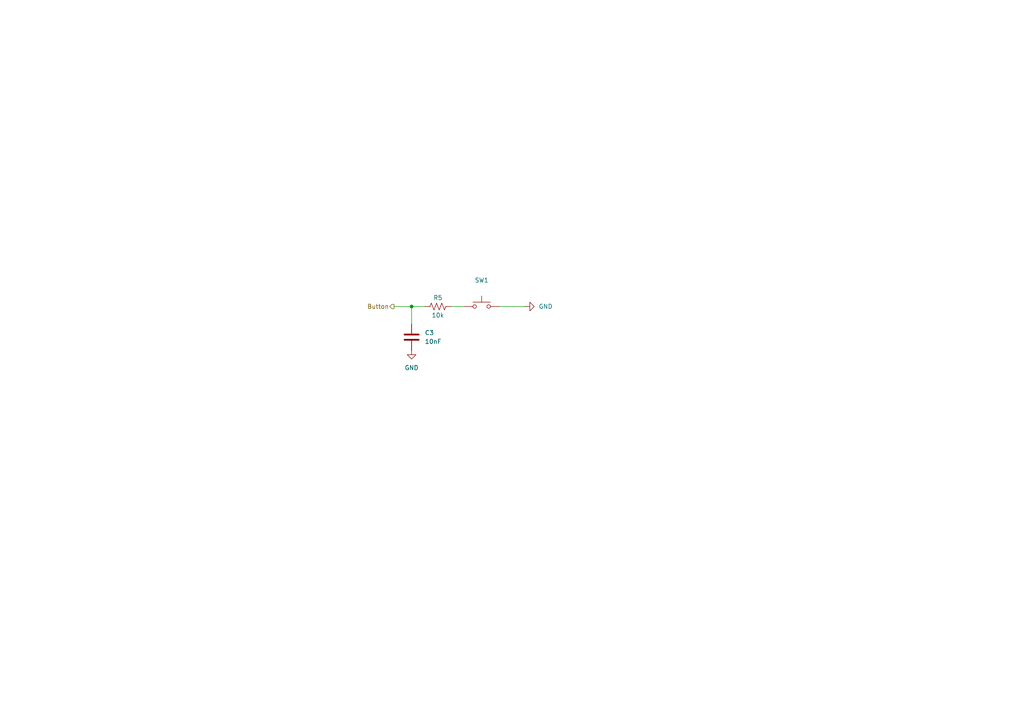
<source format=kicad_sch>
(kicad_sch (version 20231120) (generator "eeschema") (generator_version "8.0")
  (paper "A4")
  (lib_symbols
    (symbol "Device:C" (pin_numbers hide) (pin_names (offset 0.254))
      (property "Reference" "C" (at 0.635 2.54 0))
      (property "Value" "C" (at 0.635 -2.54 0))
      (symbol "C_0_1"
        (polyline (pts (xy -2.032 -0.762) (xy 2.032 -0.762)) (stroke (width 0.508)))
        (polyline (pts (xy -2.032 0.762) (xy 2.032 0.762)) (stroke (width 0.508)))
      )
      (symbol "C_1_1"
        (pin passive line (at 0 3.81 270) (length 2.794) (name "~") (number "1"))
        (pin passive line (at 0 -3.81 90) (length 2.794) (name "~") (number "2"))
      )
    )
    (symbol "Device:R_US" (pin_numbers hide) (pin_names (offset 0))
      (property "Reference" "R" (at 2.54 0 90))
      (property "Value" "R_US" (at -2.54 0 90))
      (symbol "R_US_0_1"
        (polyline (pts (xy 0 -2.286) (xy 0 -2.54)))
        (polyline (pts (xy 0 2.286) (xy 0 2.54)))
        (polyline (pts (xy 0 -0.762) (xy 1.016 -1.143) (xy 0 -1.524) (xy -1.016 -1.905) (xy 0 -2.286)))
        (polyline (pts (xy 0 0.762) (xy 1.016 0.381) (xy 0 0) (xy -1.016 -0.381) (xy 0 -0.762)))
        (polyline (pts (xy 0 2.286) (xy 1.016 1.905) (xy 0 1.524) (xy -1.016 1.143) (xy 0 0.762)))
      )
      (symbol "R_US_1_1"
        (pin passive line (at 0 3.81 270) (length 1.27) (name "~") (number "1"))
        (pin passive line (at 0 -3.81 90) (length 1.27) (name "~") (number "2"))
      )
    )
    (symbol "Switch:SW_Push" (pin_numbers hide) (pin_names (offset 1.016) hide)
      (property "Reference" "SW" (at 1.27 2.54 0))
      (property "Value" "SW_Push" (at 0 -1.524 0))
      (symbol "SW_Push_0_1"
        (circle (center -2.032 0) (radius 0.508))
        (polyline (pts (xy 0 1.27) (xy 0 3.048)))
        (polyline (pts (xy 2.54 1.27) (xy -2.54 1.27)))
        (circle (center 2.032 0) (radius 0.508))
        (pin passive line (at -5.08 0 0) (length 2.54) (name "1") (number "1"))
        (pin passive line (at 5.08 0 180) (length 2.54) (name "2") (number "2"))
      )
    )
    (symbol "power:GND" (power) (pin_numbers hide) (pin_names (offset 0) hide)
      (property "Value" "GND" (at 0 -3.81 0))
      (symbol "GND_0_1"
        (polyline (pts (xy 0 0) (xy 0 -1.27) (xy 1.27 -1.27) (xy 0 -2.54) (xy -1.27 -1.27) (xy 0 -1.27)))
      )
      (symbol "GND_1_1"
        (pin power_in line (at 0 0 270) (length 0) (name "~") (number "1"))
      )
    )
  )
  (junction (at 119.38 88.9))
  (wire (pts (xy 119.38 88.9) (xy 123.19 88.9)))
  (wire (pts (xy 130.81 88.9) (xy 134.62 88.9)))
  (wire (pts (xy 119.38 88.9) (xy 119.38 93.98)))
  (wire (pts (xy 152.4 88.9) (xy 144.78 88.9)))
  (wire (pts (xy 114.3 88.9) (xy 119.38 88.9)))
  (hierarchical_label "Button" (shape output) (at 114.3 88.9 180))
  (symbol (lib_id "power:GND") (at 119.38 101.6 0) (unit 1)
    (property "Reference" "#PWR03" (effects (hide yes)))
    (property "Value" "GND" (at 119.38 106.68 0))
    (property "Description" "Power symbol creates a global label with name \"GND\" , ground" (effects (hide yes)))
  )
  (symbol (lib_id "Device:R_US") (at 127 88.9 90) (unit 1)
    (property "Reference" "R5" (at 127 86.36 90))
    (property "Value" "10k" (at 127 91.44 90))
    (property "Footprint" "Resistor_SMD:R_0603_1608Metric" (effects (hide yes)))
    (property "Description" "Resistor, US symbol" (effects (hide yes)))
  )
  (symbol (lib_id "power:GND") (at 152.4 88.9 90) (unit 1)
    (property "Reference" "#PWR013" (effects (hide yes)))
    (property "Value" "GND" (at 156.21 88.8999 90) (effects (justify right)))
    (property "Description" "Power symbol creates a global label with name \"GND\" , ground" (effects (hide yes)))
  )
  (symbol (lib_id "Switch:SW_Push") (at 139.7 88.9 0) (unit 1)
    (property "Reference" "SW1" (at 139.7 81.28 0))
    (property "Value" "SW_Omron_B3FS" (effects (hide yes)))
    (property "Footprint" "Button_Switch_:B3F-10xx" (effects (hide yes)))
    (property "Description" "Push button switch, generic, two pins" (effects (hide yes)))
  )
  (symbol (lib_id "Device:C") (at 119.38 97.79 0) (unit 1)
    (property "Reference" "C3" (at 123.19 96.5199 0) (effects (justify left)))
    (property "Value" "10nF" (at 123.19 99.0599 0) (effects (justify left)))
    (property "Footprint" "Capacitor_SMD:C_0603_1608Metric" (effects (hide yes)))
    (property "Description" "Unpolarized capacitor" (effects (hide yes)))
  )
)
</source>
